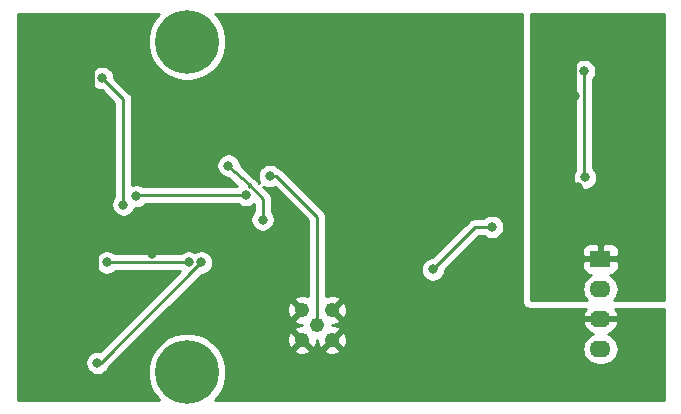
<source format=gbl>
G04 #@! TF.GenerationSoftware,KiCad,Pcbnew,(5.1.5-0)*
G04 #@! TF.CreationDate,2022-05-12T16:28:49-06:00*
G04 #@! TF.ProjectId,uart_mux,75617274-5f6d-4757-982e-6b696361645f,rev?*
G04 #@! TF.SameCoordinates,Original*
G04 #@! TF.FileFunction,Copper,L2,Bot*
G04 #@! TF.FilePolarity,Positive*
%FSLAX46Y46*%
G04 Gerber Fmt 4.6, Leading zero omitted, Abs format (unit mm)*
G04 Created by KiCad (PCBNEW (5.1.5-0)) date 2022-05-12 16:28:49*
%MOMM*%
%LPD*%
G04 APERTURE LIST*
%ADD10C,5.400000*%
%ADD11R,1.800000X1.400000*%
%ADD12O,1.800000X1.400000*%
%ADD13C,1.240000*%
%ADD14C,0.800000*%
%ADD15C,0.250000*%
%ADD16C,0.254000*%
G04 APERTURE END LIST*
D10*
X103000000Y-91000000D03*
X103000000Y-63000000D03*
D11*
X138000000Y-81400000D03*
D12*
X138000000Y-83940000D03*
X138000000Y-86480000D03*
X138000000Y-89020000D03*
D13*
X112730000Y-88270000D03*
X115270000Y-85730000D03*
X115270000Y-88270000D03*
X112730000Y-85730000D03*
X114000000Y-87000000D03*
D14*
X123800000Y-82300000D03*
X128800000Y-78700000D03*
X110000000Y-74400000D03*
X100000000Y-80975000D03*
X95500000Y-63000000D03*
X95600000Y-71300000D03*
X95400000Y-79800000D03*
X95300000Y-88100000D03*
X127000000Y-69000000D03*
X125000000Y-68000000D03*
X126000000Y-66000000D03*
X97600000Y-76800000D03*
X95800000Y-66100000D03*
X106500000Y-73500000D03*
X109400000Y-78075000D03*
X96200000Y-81700000D03*
X103125000Y-81700000D03*
X104200000Y-81700000D03*
X95400000Y-90200000D03*
X136100000Y-75300000D03*
X135875000Y-67600000D03*
X135900000Y-62000000D03*
X136700000Y-74500000D03*
X136600000Y-65500000D03*
X108000000Y-75975000D03*
X98700000Y-76100000D03*
D15*
X127400000Y-78700000D02*
X128800000Y-78700000D01*
X123800000Y-82300000D02*
X127400000Y-78700000D01*
X114000000Y-77834315D02*
X114000000Y-86123188D01*
X110565685Y-74400000D02*
X114000000Y-77834315D01*
X114000000Y-86123188D02*
X114000000Y-87000000D01*
X110000000Y-74400000D02*
X110565685Y-74400000D01*
X95074999Y-70774999D02*
X95600000Y-71300000D01*
X95074999Y-63425001D02*
X95074999Y-70774999D01*
X95500000Y-63000000D02*
X95074999Y-63425001D01*
X95400000Y-88000000D02*
X95300000Y-88100000D01*
X95400000Y-79800000D02*
X95400000Y-88000000D01*
X97600000Y-76800000D02*
X97600000Y-76234315D01*
X97600000Y-67900000D02*
X95800000Y-66100000D01*
X97600000Y-76234315D02*
X97600000Y-67900000D01*
X109400000Y-76300000D02*
X108200000Y-75100000D01*
X109400000Y-78075000D02*
X109400000Y-76300000D01*
X108200000Y-75100000D02*
X106500000Y-73500000D01*
X108275000Y-75275000D02*
X108200000Y-75100000D01*
X103125000Y-81700000D02*
X96200000Y-81700000D01*
X95700000Y-90200000D02*
X95400000Y-90200000D01*
X104200000Y-81700000D02*
X95700000Y-90200000D01*
X135700001Y-67774999D02*
X135875000Y-67600000D01*
X135700001Y-74900001D02*
X135700001Y-67774999D01*
X136100000Y-75300000D02*
X135700001Y-74900001D01*
X135875000Y-62025000D02*
X135900000Y-62000000D01*
X135875000Y-67600000D02*
X135875000Y-62025000D01*
X136600000Y-74400000D02*
X136700000Y-74500000D01*
X136600000Y-65500000D02*
X136600000Y-74400000D01*
X98825000Y-75975000D02*
X98700000Y-76100000D01*
X108000000Y-75975000D02*
X98825000Y-75975000D01*
D16*
G36*
X100409536Y-60874061D02*
G01*
X100044561Y-61420285D01*
X99793162Y-62027216D01*
X99665000Y-62671531D01*
X99665000Y-63328469D01*
X99793162Y-63972784D01*
X100044561Y-64579715D01*
X100409536Y-65125939D01*
X100874061Y-65590464D01*
X101420285Y-65955439D01*
X102027216Y-66206838D01*
X102671531Y-66335000D01*
X103328469Y-66335000D01*
X103972784Y-66206838D01*
X104579715Y-65955439D01*
X105125939Y-65590464D01*
X105590464Y-65125939D01*
X105955439Y-64579715D01*
X106206838Y-63972784D01*
X106335000Y-63328469D01*
X106335000Y-62671531D01*
X106206838Y-62027216D01*
X105955439Y-61420285D01*
X105590464Y-60874061D01*
X105376403Y-60660000D01*
X131365000Y-60660000D01*
X131365000Y-85000000D01*
X131377201Y-85123882D01*
X131413336Y-85243004D01*
X131472017Y-85352787D01*
X131550987Y-85449013D01*
X131647213Y-85527983D01*
X131756996Y-85586664D01*
X131876118Y-85622799D01*
X132000000Y-85635000D01*
X136759545Y-85635000D01*
X136615044Y-85853343D01*
X136515558Y-86096557D01*
X136507284Y-86146671D01*
X136630626Y-86353000D01*
X137873000Y-86353000D01*
X137873000Y-86333000D01*
X138127000Y-86333000D01*
X138127000Y-86353000D01*
X139369374Y-86353000D01*
X139492716Y-86146671D01*
X139484442Y-86096557D01*
X139384956Y-85853343D01*
X139240455Y-85635000D01*
X143340000Y-85635000D01*
X143340000Y-93340000D01*
X105376403Y-93340000D01*
X105590464Y-93125939D01*
X105955439Y-92579715D01*
X106206838Y-91972784D01*
X106335000Y-91328469D01*
X106335000Y-90671531D01*
X106206838Y-90027216D01*
X105955439Y-89420285D01*
X105764198Y-89134072D01*
X112045533Y-89134072D01*
X112095274Y-89359691D01*
X112320058Y-89462582D01*
X112560596Y-89519642D01*
X112807645Y-89528680D01*
X113051709Y-89489347D01*
X113283410Y-89403156D01*
X113364726Y-89359691D01*
X113414467Y-89134072D01*
X114585533Y-89134072D01*
X114635274Y-89359691D01*
X114860058Y-89462582D01*
X115100596Y-89519642D01*
X115347645Y-89528680D01*
X115591709Y-89489347D01*
X115823410Y-89403156D01*
X115904726Y-89359691D01*
X115954467Y-89134072D01*
X115840395Y-89020000D01*
X136458541Y-89020000D01*
X136484317Y-89281706D01*
X136560653Y-89533354D01*
X136684618Y-89765275D01*
X136851445Y-89968555D01*
X137054725Y-90135382D01*
X137286646Y-90259347D01*
X137538294Y-90335683D01*
X137734421Y-90355000D01*
X138265579Y-90355000D01*
X138461706Y-90335683D01*
X138713354Y-90259347D01*
X138945275Y-90135382D01*
X139148555Y-89968555D01*
X139315382Y-89765275D01*
X139439347Y-89533354D01*
X139515683Y-89281706D01*
X139541459Y-89020000D01*
X139515683Y-88758294D01*
X139439347Y-88506646D01*
X139315382Y-88274725D01*
X139148555Y-88071445D01*
X138945275Y-87904618D01*
X138713354Y-87780653D01*
X138617358Y-87751533D01*
X138837104Y-87659372D01*
X139054946Y-87512418D01*
X139239933Y-87325789D01*
X139384956Y-87106657D01*
X139484442Y-86863443D01*
X139492716Y-86813329D01*
X139369374Y-86607000D01*
X138127000Y-86607000D01*
X138127000Y-86627000D01*
X137873000Y-86627000D01*
X137873000Y-86607000D01*
X136630626Y-86607000D01*
X136507284Y-86813329D01*
X136515558Y-86863443D01*
X136615044Y-87106657D01*
X136760067Y-87325789D01*
X136945054Y-87512418D01*
X137162896Y-87659372D01*
X137382642Y-87751533D01*
X137286646Y-87780653D01*
X137054725Y-87904618D01*
X136851445Y-88071445D01*
X136684618Y-88274725D01*
X136560653Y-88506646D01*
X136484317Y-88758294D01*
X136458541Y-89020000D01*
X115840395Y-89020000D01*
X115270000Y-88449605D01*
X114585533Y-89134072D01*
X113414467Y-89134072D01*
X112730000Y-88449605D01*
X112045533Y-89134072D01*
X105764198Y-89134072D01*
X105590464Y-88874061D01*
X105125939Y-88409536D01*
X105033313Y-88347645D01*
X111471320Y-88347645D01*
X111510653Y-88591709D01*
X111596844Y-88823410D01*
X111640309Y-88904726D01*
X111865928Y-88954467D01*
X112550395Y-88270000D01*
X111865928Y-87585533D01*
X111640309Y-87635274D01*
X111537418Y-87860058D01*
X111480358Y-88100596D01*
X111471320Y-88347645D01*
X105033313Y-88347645D01*
X104579715Y-88044561D01*
X103972784Y-87793162D01*
X103328469Y-87665000D01*
X102671531Y-87665000D01*
X102027216Y-87793162D01*
X101420285Y-88044561D01*
X100874061Y-88409536D01*
X100409536Y-88874061D01*
X100044561Y-89420285D01*
X99793162Y-90027216D01*
X99665000Y-90671531D01*
X99665000Y-91328469D01*
X99793162Y-91972784D01*
X100044561Y-92579715D01*
X100409536Y-93125939D01*
X100623597Y-93340000D01*
X88660000Y-93340000D01*
X88660000Y-90098061D01*
X94365000Y-90098061D01*
X94365000Y-90301939D01*
X94404774Y-90501898D01*
X94482795Y-90690256D01*
X94596063Y-90859774D01*
X94740226Y-91003937D01*
X94909744Y-91117205D01*
X95098102Y-91195226D01*
X95298061Y-91235000D01*
X95501939Y-91235000D01*
X95701898Y-91195226D01*
X95890256Y-91117205D01*
X96059774Y-91003937D01*
X96203937Y-90859774D01*
X96317205Y-90690256D01*
X96340299Y-90634502D01*
X101167156Y-85807645D01*
X111471320Y-85807645D01*
X111510653Y-86051709D01*
X111596844Y-86283410D01*
X111640309Y-86364726D01*
X111865928Y-86414467D01*
X112550395Y-85730000D01*
X111865928Y-85045533D01*
X111640309Y-85095274D01*
X111537418Y-85320058D01*
X111480358Y-85560596D01*
X111471320Y-85807645D01*
X101167156Y-85807645D01*
X104239802Y-82735000D01*
X104301939Y-82735000D01*
X104501898Y-82695226D01*
X104690256Y-82617205D01*
X104859774Y-82503937D01*
X105003937Y-82359774D01*
X105117205Y-82190256D01*
X105195226Y-82001898D01*
X105235000Y-81801939D01*
X105235000Y-81598061D01*
X105195226Y-81398102D01*
X105117205Y-81209744D01*
X105003937Y-81040226D01*
X104859774Y-80896063D01*
X104690256Y-80782795D01*
X104501898Y-80704774D01*
X104301939Y-80665000D01*
X104098061Y-80665000D01*
X103898102Y-80704774D01*
X103709744Y-80782795D01*
X103662500Y-80814362D01*
X103615256Y-80782795D01*
X103426898Y-80704774D01*
X103226939Y-80665000D01*
X103023061Y-80665000D01*
X102823102Y-80704774D01*
X102634744Y-80782795D01*
X102465226Y-80896063D01*
X102421289Y-80940000D01*
X96903711Y-80940000D01*
X96859774Y-80896063D01*
X96690256Y-80782795D01*
X96501898Y-80704774D01*
X96301939Y-80665000D01*
X96098061Y-80665000D01*
X95898102Y-80704774D01*
X95709744Y-80782795D01*
X95540226Y-80896063D01*
X95396063Y-81040226D01*
X95282795Y-81209744D01*
X95204774Y-81398102D01*
X95165000Y-81598061D01*
X95165000Y-81801939D01*
X95204774Y-82001898D01*
X95282795Y-82190256D01*
X95396063Y-82359774D01*
X95540226Y-82503937D01*
X95709744Y-82617205D01*
X95898102Y-82695226D01*
X96098061Y-82735000D01*
X96301939Y-82735000D01*
X96501898Y-82695226D01*
X96690256Y-82617205D01*
X96859774Y-82503937D01*
X96903711Y-82460000D01*
X102365198Y-82460000D01*
X95633942Y-89191257D01*
X95501939Y-89165000D01*
X95298061Y-89165000D01*
X95098102Y-89204774D01*
X94909744Y-89282795D01*
X94740226Y-89396063D01*
X94596063Y-89540226D01*
X94482795Y-89709744D01*
X94404774Y-89898102D01*
X94365000Y-90098061D01*
X88660000Y-90098061D01*
X88660000Y-65998061D01*
X94765000Y-65998061D01*
X94765000Y-66201939D01*
X94804774Y-66401898D01*
X94882795Y-66590256D01*
X94996063Y-66759774D01*
X95140226Y-66903937D01*
X95309744Y-67017205D01*
X95498102Y-67095226D01*
X95698061Y-67135000D01*
X95760198Y-67135000D01*
X96840001Y-68214804D01*
X96840000Y-76096289D01*
X96796063Y-76140226D01*
X96682795Y-76309744D01*
X96604774Y-76498102D01*
X96565000Y-76698061D01*
X96565000Y-76901939D01*
X96604774Y-77101898D01*
X96682795Y-77290256D01*
X96796063Y-77459774D01*
X96940226Y-77603937D01*
X97109744Y-77717205D01*
X97298102Y-77795226D01*
X97498061Y-77835000D01*
X97701939Y-77835000D01*
X97901898Y-77795226D01*
X98090256Y-77717205D01*
X98259774Y-77603937D01*
X98403937Y-77459774D01*
X98517205Y-77290256D01*
X98582774Y-77131959D01*
X98598061Y-77135000D01*
X98801939Y-77135000D01*
X99001898Y-77095226D01*
X99190256Y-77017205D01*
X99359774Y-76903937D01*
X99503937Y-76759774D01*
X99520490Y-76735000D01*
X107296289Y-76735000D01*
X107340226Y-76778937D01*
X107509744Y-76892205D01*
X107698102Y-76970226D01*
X107898061Y-77010000D01*
X108101939Y-77010000D01*
X108301898Y-76970226D01*
X108490256Y-76892205D01*
X108640001Y-76792149D01*
X108640000Y-77371289D01*
X108596063Y-77415226D01*
X108482795Y-77584744D01*
X108404774Y-77773102D01*
X108365000Y-77973061D01*
X108365000Y-78176939D01*
X108404774Y-78376898D01*
X108482795Y-78565256D01*
X108596063Y-78734774D01*
X108740226Y-78878937D01*
X108909744Y-78992205D01*
X109098102Y-79070226D01*
X109298061Y-79110000D01*
X109501939Y-79110000D01*
X109701898Y-79070226D01*
X109890256Y-78992205D01*
X110059774Y-78878937D01*
X110203937Y-78734774D01*
X110317205Y-78565256D01*
X110395226Y-78376898D01*
X110435000Y-78176939D01*
X110435000Y-77973061D01*
X110395226Y-77773102D01*
X110317205Y-77584744D01*
X110203937Y-77415226D01*
X110160000Y-77371289D01*
X110160000Y-76337322D01*
X110163676Y-76299999D01*
X110160000Y-76262676D01*
X110160000Y-76262667D01*
X110149003Y-76151014D01*
X110105546Y-76007753D01*
X110034974Y-75875724D01*
X109940001Y-75759999D01*
X109911003Y-75736201D01*
X109456290Y-75281488D01*
X109509744Y-75317205D01*
X109698102Y-75395226D01*
X109898061Y-75435000D01*
X110101939Y-75435000D01*
X110301898Y-75395226D01*
X110432155Y-75341271D01*
X113240000Y-78149117D01*
X113240001Y-84583218D01*
X113139942Y-84537418D01*
X112899404Y-84480358D01*
X112652355Y-84471320D01*
X112408291Y-84510653D01*
X112176590Y-84596844D01*
X112095274Y-84640309D01*
X112045533Y-84865928D01*
X112730000Y-85550395D01*
X112744143Y-85536253D01*
X112923748Y-85715858D01*
X112909605Y-85730000D01*
X112923748Y-85744143D01*
X112744143Y-85923748D01*
X112730000Y-85909605D01*
X112045533Y-86594072D01*
X112095274Y-86819691D01*
X112320058Y-86922582D01*
X112560596Y-86979642D01*
X112745000Y-86986388D01*
X112745000Y-87014709D01*
X112652355Y-87011320D01*
X112408291Y-87050653D01*
X112176590Y-87136844D01*
X112095274Y-87180309D01*
X112045533Y-87405928D01*
X112730000Y-88090395D01*
X112744143Y-88076253D01*
X112923748Y-88255858D01*
X112909605Y-88270000D01*
X113594072Y-88954467D01*
X113819691Y-88904726D01*
X113922582Y-88679942D01*
X113979642Y-88439404D01*
X113986388Y-88255000D01*
X114014709Y-88255000D01*
X114011320Y-88347645D01*
X114050653Y-88591709D01*
X114136844Y-88823410D01*
X114180309Y-88904726D01*
X114405928Y-88954467D01*
X115090395Y-88270000D01*
X115449605Y-88270000D01*
X116134072Y-88954467D01*
X116359691Y-88904726D01*
X116462582Y-88679942D01*
X116519642Y-88439404D01*
X116528680Y-88192355D01*
X116489347Y-87948291D01*
X116403156Y-87716590D01*
X116359691Y-87635274D01*
X116134072Y-87585533D01*
X115449605Y-88270000D01*
X115090395Y-88270000D01*
X115076253Y-88255858D01*
X115255858Y-88076253D01*
X115270000Y-88090395D01*
X115954467Y-87405928D01*
X115904726Y-87180309D01*
X115679942Y-87077418D01*
X115439404Y-87020358D01*
X115255000Y-87013612D01*
X115255000Y-86985291D01*
X115347645Y-86988680D01*
X115591709Y-86949347D01*
X115823410Y-86863156D01*
X115904726Y-86819691D01*
X115954467Y-86594072D01*
X115270000Y-85909605D01*
X115255858Y-85923748D01*
X115076253Y-85744143D01*
X115090395Y-85730000D01*
X115449605Y-85730000D01*
X116134072Y-86414467D01*
X116359691Y-86364726D01*
X116462582Y-86139942D01*
X116519642Y-85899404D01*
X116528680Y-85652355D01*
X116489347Y-85408291D01*
X116403156Y-85176590D01*
X116359691Y-85095274D01*
X116134072Y-85045533D01*
X115449605Y-85730000D01*
X115090395Y-85730000D01*
X115076253Y-85715858D01*
X115255858Y-85536253D01*
X115270000Y-85550395D01*
X115954467Y-84865928D01*
X115904726Y-84640309D01*
X115679942Y-84537418D01*
X115439404Y-84480358D01*
X115192355Y-84471320D01*
X114948291Y-84510653D01*
X114760000Y-84580696D01*
X114760000Y-82198061D01*
X122765000Y-82198061D01*
X122765000Y-82401939D01*
X122804774Y-82601898D01*
X122882795Y-82790256D01*
X122996063Y-82959774D01*
X123140226Y-83103937D01*
X123309744Y-83217205D01*
X123498102Y-83295226D01*
X123698061Y-83335000D01*
X123901939Y-83335000D01*
X124101898Y-83295226D01*
X124290256Y-83217205D01*
X124459774Y-83103937D01*
X124603937Y-82959774D01*
X124717205Y-82790256D01*
X124795226Y-82601898D01*
X124835000Y-82401939D01*
X124835000Y-82339801D01*
X127714802Y-79460000D01*
X128096289Y-79460000D01*
X128140226Y-79503937D01*
X128309744Y-79617205D01*
X128498102Y-79695226D01*
X128698061Y-79735000D01*
X128901939Y-79735000D01*
X129101898Y-79695226D01*
X129290256Y-79617205D01*
X129459774Y-79503937D01*
X129603937Y-79359774D01*
X129717205Y-79190256D01*
X129795226Y-79001898D01*
X129835000Y-78801939D01*
X129835000Y-78598061D01*
X129795226Y-78398102D01*
X129717205Y-78209744D01*
X129603937Y-78040226D01*
X129459774Y-77896063D01*
X129290256Y-77782795D01*
X129101898Y-77704774D01*
X128901939Y-77665000D01*
X128698061Y-77665000D01*
X128498102Y-77704774D01*
X128309744Y-77782795D01*
X128140226Y-77896063D01*
X128096289Y-77940000D01*
X127437323Y-77940000D01*
X127400000Y-77936324D01*
X127362677Y-77940000D01*
X127362667Y-77940000D01*
X127251014Y-77950997D01*
X127107753Y-77994454D01*
X126975724Y-78065026D01*
X126859999Y-78159999D01*
X126836201Y-78188997D01*
X123760199Y-81265000D01*
X123698061Y-81265000D01*
X123498102Y-81304774D01*
X123309744Y-81382795D01*
X123140226Y-81496063D01*
X122996063Y-81640226D01*
X122882795Y-81809744D01*
X122804774Y-81998102D01*
X122765000Y-82198061D01*
X114760000Y-82198061D01*
X114760000Y-77871638D01*
X114763676Y-77834315D01*
X114760000Y-77796992D01*
X114760000Y-77796982D01*
X114749003Y-77685329D01*
X114705546Y-77542068D01*
X114634974Y-77410039D01*
X114540001Y-77294314D01*
X114511004Y-77270517D01*
X111129489Y-73889003D01*
X111105686Y-73859999D01*
X110989961Y-73765026D01*
X110857932Y-73694454D01*
X110714724Y-73651013D01*
X110659774Y-73596063D01*
X110490256Y-73482795D01*
X110301898Y-73404774D01*
X110101939Y-73365000D01*
X109898061Y-73365000D01*
X109698102Y-73404774D01*
X109509744Y-73482795D01*
X109340226Y-73596063D01*
X109196063Y-73740226D01*
X109082795Y-73909744D01*
X109004774Y-74098102D01*
X108965000Y-74298061D01*
X108965000Y-74501939D01*
X109004774Y-74701898D01*
X109082795Y-74890256D01*
X109118513Y-74943711D01*
X108760520Y-74585719D01*
X108733377Y-74553455D01*
X108698712Y-74525707D01*
X107535000Y-73430449D01*
X107535000Y-73398061D01*
X107495226Y-73198102D01*
X107417205Y-73009744D01*
X107303937Y-72840226D01*
X107159774Y-72696063D01*
X106990256Y-72582795D01*
X106801898Y-72504774D01*
X106601939Y-72465000D01*
X106398061Y-72465000D01*
X106198102Y-72504774D01*
X106009744Y-72582795D01*
X105840226Y-72696063D01*
X105696063Y-72840226D01*
X105582795Y-73009744D01*
X105504774Y-73198102D01*
X105465000Y-73398061D01*
X105465000Y-73601939D01*
X105504774Y-73801898D01*
X105582795Y-73990256D01*
X105696063Y-74159774D01*
X105840226Y-74303937D01*
X106009744Y-74417205D01*
X106198102Y-74495226D01*
X106398061Y-74535000D01*
X106490789Y-74535000D01*
X107213289Y-75215000D01*
X99238454Y-75215000D01*
X99190256Y-75182795D01*
X99001898Y-75104774D01*
X98801939Y-75065000D01*
X98598061Y-75065000D01*
X98398102Y-75104774D01*
X98360000Y-75120556D01*
X98360000Y-67937322D01*
X98363676Y-67899999D01*
X98360000Y-67862676D01*
X98360000Y-67862667D01*
X98349003Y-67751014D01*
X98305546Y-67607753D01*
X98234974Y-67475724D01*
X98214695Y-67451014D01*
X98163799Y-67388996D01*
X98163795Y-67388992D01*
X98140001Y-67359999D01*
X98111008Y-67336205D01*
X96835000Y-66060198D01*
X96835000Y-65998061D01*
X96795226Y-65798102D01*
X96717205Y-65609744D01*
X96603937Y-65440226D01*
X96459774Y-65296063D01*
X96290256Y-65182795D01*
X96101898Y-65104774D01*
X95901939Y-65065000D01*
X95698061Y-65065000D01*
X95498102Y-65104774D01*
X95309744Y-65182795D01*
X95140226Y-65296063D01*
X94996063Y-65440226D01*
X94882795Y-65609744D01*
X94804774Y-65798102D01*
X94765000Y-65998061D01*
X88660000Y-65998061D01*
X88660000Y-60660000D01*
X100623597Y-60660000D01*
X100409536Y-60874061D01*
G37*
X100409536Y-60874061D02*
X100044561Y-61420285D01*
X99793162Y-62027216D01*
X99665000Y-62671531D01*
X99665000Y-63328469D01*
X99793162Y-63972784D01*
X100044561Y-64579715D01*
X100409536Y-65125939D01*
X100874061Y-65590464D01*
X101420285Y-65955439D01*
X102027216Y-66206838D01*
X102671531Y-66335000D01*
X103328469Y-66335000D01*
X103972784Y-66206838D01*
X104579715Y-65955439D01*
X105125939Y-65590464D01*
X105590464Y-65125939D01*
X105955439Y-64579715D01*
X106206838Y-63972784D01*
X106335000Y-63328469D01*
X106335000Y-62671531D01*
X106206838Y-62027216D01*
X105955439Y-61420285D01*
X105590464Y-60874061D01*
X105376403Y-60660000D01*
X131365000Y-60660000D01*
X131365000Y-85000000D01*
X131377201Y-85123882D01*
X131413336Y-85243004D01*
X131472017Y-85352787D01*
X131550987Y-85449013D01*
X131647213Y-85527983D01*
X131756996Y-85586664D01*
X131876118Y-85622799D01*
X132000000Y-85635000D01*
X136759545Y-85635000D01*
X136615044Y-85853343D01*
X136515558Y-86096557D01*
X136507284Y-86146671D01*
X136630626Y-86353000D01*
X137873000Y-86353000D01*
X137873000Y-86333000D01*
X138127000Y-86333000D01*
X138127000Y-86353000D01*
X139369374Y-86353000D01*
X139492716Y-86146671D01*
X139484442Y-86096557D01*
X139384956Y-85853343D01*
X139240455Y-85635000D01*
X143340000Y-85635000D01*
X143340000Y-93340000D01*
X105376403Y-93340000D01*
X105590464Y-93125939D01*
X105955439Y-92579715D01*
X106206838Y-91972784D01*
X106335000Y-91328469D01*
X106335000Y-90671531D01*
X106206838Y-90027216D01*
X105955439Y-89420285D01*
X105764198Y-89134072D01*
X112045533Y-89134072D01*
X112095274Y-89359691D01*
X112320058Y-89462582D01*
X112560596Y-89519642D01*
X112807645Y-89528680D01*
X113051709Y-89489347D01*
X113283410Y-89403156D01*
X113364726Y-89359691D01*
X113414467Y-89134072D01*
X114585533Y-89134072D01*
X114635274Y-89359691D01*
X114860058Y-89462582D01*
X115100596Y-89519642D01*
X115347645Y-89528680D01*
X115591709Y-89489347D01*
X115823410Y-89403156D01*
X115904726Y-89359691D01*
X115954467Y-89134072D01*
X115840395Y-89020000D01*
X136458541Y-89020000D01*
X136484317Y-89281706D01*
X136560653Y-89533354D01*
X136684618Y-89765275D01*
X136851445Y-89968555D01*
X137054725Y-90135382D01*
X137286646Y-90259347D01*
X137538294Y-90335683D01*
X137734421Y-90355000D01*
X138265579Y-90355000D01*
X138461706Y-90335683D01*
X138713354Y-90259347D01*
X138945275Y-90135382D01*
X139148555Y-89968555D01*
X139315382Y-89765275D01*
X139439347Y-89533354D01*
X139515683Y-89281706D01*
X139541459Y-89020000D01*
X139515683Y-88758294D01*
X139439347Y-88506646D01*
X139315382Y-88274725D01*
X139148555Y-88071445D01*
X138945275Y-87904618D01*
X138713354Y-87780653D01*
X138617358Y-87751533D01*
X138837104Y-87659372D01*
X139054946Y-87512418D01*
X139239933Y-87325789D01*
X139384956Y-87106657D01*
X139484442Y-86863443D01*
X139492716Y-86813329D01*
X139369374Y-86607000D01*
X138127000Y-86607000D01*
X138127000Y-86627000D01*
X137873000Y-86627000D01*
X137873000Y-86607000D01*
X136630626Y-86607000D01*
X136507284Y-86813329D01*
X136515558Y-86863443D01*
X136615044Y-87106657D01*
X136760067Y-87325789D01*
X136945054Y-87512418D01*
X137162896Y-87659372D01*
X137382642Y-87751533D01*
X137286646Y-87780653D01*
X137054725Y-87904618D01*
X136851445Y-88071445D01*
X136684618Y-88274725D01*
X136560653Y-88506646D01*
X136484317Y-88758294D01*
X136458541Y-89020000D01*
X115840395Y-89020000D01*
X115270000Y-88449605D01*
X114585533Y-89134072D01*
X113414467Y-89134072D01*
X112730000Y-88449605D01*
X112045533Y-89134072D01*
X105764198Y-89134072D01*
X105590464Y-88874061D01*
X105125939Y-88409536D01*
X105033313Y-88347645D01*
X111471320Y-88347645D01*
X111510653Y-88591709D01*
X111596844Y-88823410D01*
X111640309Y-88904726D01*
X111865928Y-88954467D01*
X112550395Y-88270000D01*
X111865928Y-87585533D01*
X111640309Y-87635274D01*
X111537418Y-87860058D01*
X111480358Y-88100596D01*
X111471320Y-88347645D01*
X105033313Y-88347645D01*
X104579715Y-88044561D01*
X103972784Y-87793162D01*
X103328469Y-87665000D01*
X102671531Y-87665000D01*
X102027216Y-87793162D01*
X101420285Y-88044561D01*
X100874061Y-88409536D01*
X100409536Y-88874061D01*
X100044561Y-89420285D01*
X99793162Y-90027216D01*
X99665000Y-90671531D01*
X99665000Y-91328469D01*
X99793162Y-91972784D01*
X100044561Y-92579715D01*
X100409536Y-93125939D01*
X100623597Y-93340000D01*
X88660000Y-93340000D01*
X88660000Y-90098061D01*
X94365000Y-90098061D01*
X94365000Y-90301939D01*
X94404774Y-90501898D01*
X94482795Y-90690256D01*
X94596063Y-90859774D01*
X94740226Y-91003937D01*
X94909744Y-91117205D01*
X95098102Y-91195226D01*
X95298061Y-91235000D01*
X95501939Y-91235000D01*
X95701898Y-91195226D01*
X95890256Y-91117205D01*
X96059774Y-91003937D01*
X96203937Y-90859774D01*
X96317205Y-90690256D01*
X96340299Y-90634502D01*
X101167156Y-85807645D01*
X111471320Y-85807645D01*
X111510653Y-86051709D01*
X111596844Y-86283410D01*
X111640309Y-86364726D01*
X111865928Y-86414467D01*
X112550395Y-85730000D01*
X111865928Y-85045533D01*
X111640309Y-85095274D01*
X111537418Y-85320058D01*
X111480358Y-85560596D01*
X111471320Y-85807645D01*
X101167156Y-85807645D01*
X104239802Y-82735000D01*
X104301939Y-82735000D01*
X104501898Y-82695226D01*
X104690256Y-82617205D01*
X104859774Y-82503937D01*
X105003937Y-82359774D01*
X105117205Y-82190256D01*
X105195226Y-82001898D01*
X105235000Y-81801939D01*
X105235000Y-81598061D01*
X105195226Y-81398102D01*
X105117205Y-81209744D01*
X105003937Y-81040226D01*
X104859774Y-80896063D01*
X104690256Y-80782795D01*
X104501898Y-80704774D01*
X104301939Y-80665000D01*
X104098061Y-80665000D01*
X103898102Y-80704774D01*
X103709744Y-80782795D01*
X103662500Y-80814362D01*
X103615256Y-80782795D01*
X103426898Y-80704774D01*
X103226939Y-80665000D01*
X103023061Y-80665000D01*
X102823102Y-80704774D01*
X102634744Y-80782795D01*
X102465226Y-80896063D01*
X102421289Y-80940000D01*
X96903711Y-80940000D01*
X96859774Y-80896063D01*
X96690256Y-80782795D01*
X96501898Y-80704774D01*
X96301939Y-80665000D01*
X96098061Y-80665000D01*
X95898102Y-80704774D01*
X95709744Y-80782795D01*
X95540226Y-80896063D01*
X95396063Y-81040226D01*
X95282795Y-81209744D01*
X95204774Y-81398102D01*
X95165000Y-81598061D01*
X95165000Y-81801939D01*
X95204774Y-82001898D01*
X95282795Y-82190256D01*
X95396063Y-82359774D01*
X95540226Y-82503937D01*
X95709744Y-82617205D01*
X95898102Y-82695226D01*
X96098061Y-82735000D01*
X96301939Y-82735000D01*
X96501898Y-82695226D01*
X96690256Y-82617205D01*
X96859774Y-82503937D01*
X96903711Y-82460000D01*
X102365198Y-82460000D01*
X95633942Y-89191257D01*
X95501939Y-89165000D01*
X95298061Y-89165000D01*
X95098102Y-89204774D01*
X94909744Y-89282795D01*
X94740226Y-89396063D01*
X94596063Y-89540226D01*
X94482795Y-89709744D01*
X94404774Y-89898102D01*
X94365000Y-90098061D01*
X88660000Y-90098061D01*
X88660000Y-65998061D01*
X94765000Y-65998061D01*
X94765000Y-66201939D01*
X94804774Y-66401898D01*
X94882795Y-66590256D01*
X94996063Y-66759774D01*
X95140226Y-66903937D01*
X95309744Y-67017205D01*
X95498102Y-67095226D01*
X95698061Y-67135000D01*
X95760198Y-67135000D01*
X96840001Y-68214804D01*
X96840000Y-76096289D01*
X96796063Y-76140226D01*
X96682795Y-76309744D01*
X96604774Y-76498102D01*
X96565000Y-76698061D01*
X96565000Y-76901939D01*
X96604774Y-77101898D01*
X96682795Y-77290256D01*
X96796063Y-77459774D01*
X96940226Y-77603937D01*
X97109744Y-77717205D01*
X97298102Y-77795226D01*
X97498061Y-77835000D01*
X97701939Y-77835000D01*
X97901898Y-77795226D01*
X98090256Y-77717205D01*
X98259774Y-77603937D01*
X98403937Y-77459774D01*
X98517205Y-77290256D01*
X98582774Y-77131959D01*
X98598061Y-77135000D01*
X98801939Y-77135000D01*
X99001898Y-77095226D01*
X99190256Y-77017205D01*
X99359774Y-76903937D01*
X99503937Y-76759774D01*
X99520490Y-76735000D01*
X107296289Y-76735000D01*
X107340226Y-76778937D01*
X107509744Y-76892205D01*
X107698102Y-76970226D01*
X107898061Y-77010000D01*
X108101939Y-77010000D01*
X108301898Y-76970226D01*
X108490256Y-76892205D01*
X108640001Y-76792149D01*
X108640000Y-77371289D01*
X108596063Y-77415226D01*
X108482795Y-77584744D01*
X108404774Y-77773102D01*
X108365000Y-77973061D01*
X108365000Y-78176939D01*
X108404774Y-78376898D01*
X108482795Y-78565256D01*
X108596063Y-78734774D01*
X108740226Y-78878937D01*
X108909744Y-78992205D01*
X109098102Y-79070226D01*
X109298061Y-79110000D01*
X109501939Y-79110000D01*
X109701898Y-79070226D01*
X109890256Y-78992205D01*
X110059774Y-78878937D01*
X110203937Y-78734774D01*
X110317205Y-78565256D01*
X110395226Y-78376898D01*
X110435000Y-78176939D01*
X110435000Y-77973061D01*
X110395226Y-77773102D01*
X110317205Y-77584744D01*
X110203937Y-77415226D01*
X110160000Y-77371289D01*
X110160000Y-76337322D01*
X110163676Y-76299999D01*
X110160000Y-76262676D01*
X110160000Y-76262667D01*
X110149003Y-76151014D01*
X110105546Y-76007753D01*
X110034974Y-75875724D01*
X109940001Y-75759999D01*
X109911003Y-75736201D01*
X109456290Y-75281488D01*
X109509744Y-75317205D01*
X109698102Y-75395226D01*
X109898061Y-75435000D01*
X110101939Y-75435000D01*
X110301898Y-75395226D01*
X110432155Y-75341271D01*
X113240000Y-78149117D01*
X113240001Y-84583218D01*
X113139942Y-84537418D01*
X112899404Y-84480358D01*
X112652355Y-84471320D01*
X112408291Y-84510653D01*
X112176590Y-84596844D01*
X112095274Y-84640309D01*
X112045533Y-84865928D01*
X112730000Y-85550395D01*
X112744143Y-85536253D01*
X112923748Y-85715858D01*
X112909605Y-85730000D01*
X112923748Y-85744143D01*
X112744143Y-85923748D01*
X112730000Y-85909605D01*
X112045533Y-86594072D01*
X112095274Y-86819691D01*
X112320058Y-86922582D01*
X112560596Y-86979642D01*
X112745000Y-86986388D01*
X112745000Y-87014709D01*
X112652355Y-87011320D01*
X112408291Y-87050653D01*
X112176590Y-87136844D01*
X112095274Y-87180309D01*
X112045533Y-87405928D01*
X112730000Y-88090395D01*
X112744143Y-88076253D01*
X112923748Y-88255858D01*
X112909605Y-88270000D01*
X113594072Y-88954467D01*
X113819691Y-88904726D01*
X113922582Y-88679942D01*
X113979642Y-88439404D01*
X113986388Y-88255000D01*
X114014709Y-88255000D01*
X114011320Y-88347645D01*
X114050653Y-88591709D01*
X114136844Y-88823410D01*
X114180309Y-88904726D01*
X114405928Y-88954467D01*
X115090395Y-88270000D01*
X115449605Y-88270000D01*
X116134072Y-88954467D01*
X116359691Y-88904726D01*
X116462582Y-88679942D01*
X116519642Y-88439404D01*
X116528680Y-88192355D01*
X116489347Y-87948291D01*
X116403156Y-87716590D01*
X116359691Y-87635274D01*
X116134072Y-87585533D01*
X115449605Y-88270000D01*
X115090395Y-88270000D01*
X115076253Y-88255858D01*
X115255858Y-88076253D01*
X115270000Y-88090395D01*
X115954467Y-87405928D01*
X115904726Y-87180309D01*
X115679942Y-87077418D01*
X115439404Y-87020358D01*
X115255000Y-87013612D01*
X115255000Y-86985291D01*
X115347645Y-86988680D01*
X115591709Y-86949347D01*
X115823410Y-86863156D01*
X115904726Y-86819691D01*
X115954467Y-86594072D01*
X115270000Y-85909605D01*
X115255858Y-85923748D01*
X115076253Y-85744143D01*
X115090395Y-85730000D01*
X115449605Y-85730000D01*
X116134072Y-86414467D01*
X116359691Y-86364726D01*
X116462582Y-86139942D01*
X116519642Y-85899404D01*
X116528680Y-85652355D01*
X116489347Y-85408291D01*
X116403156Y-85176590D01*
X116359691Y-85095274D01*
X116134072Y-85045533D01*
X115449605Y-85730000D01*
X115090395Y-85730000D01*
X115076253Y-85715858D01*
X115255858Y-85536253D01*
X115270000Y-85550395D01*
X115954467Y-84865928D01*
X115904726Y-84640309D01*
X115679942Y-84537418D01*
X115439404Y-84480358D01*
X115192355Y-84471320D01*
X114948291Y-84510653D01*
X114760000Y-84580696D01*
X114760000Y-82198061D01*
X122765000Y-82198061D01*
X122765000Y-82401939D01*
X122804774Y-82601898D01*
X122882795Y-82790256D01*
X122996063Y-82959774D01*
X123140226Y-83103937D01*
X123309744Y-83217205D01*
X123498102Y-83295226D01*
X123698061Y-83335000D01*
X123901939Y-83335000D01*
X124101898Y-83295226D01*
X124290256Y-83217205D01*
X124459774Y-83103937D01*
X124603937Y-82959774D01*
X124717205Y-82790256D01*
X124795226Y-82601898D01*
X124835000Y-82401939D01*
X124835000Y-82339801D01*
X127714802Y-79460000D01*
X128096289Y-79460000D01*
X128140226Y-79503937D01*
X128309744Y-79617205D01*
X128498102Y-79695226D01*
X128698061Y-79735000D01*
X128901939Y-79735000D01*
X129101898Y-79695226D01*
X129290256Y-79617205D01*
X129459774Y-79503937D01*
X129603937Y-79359774D01*
X129717205Y-79190256D01*
X129795226Y-79001898D01*
X129835000Y-78801939D01*
X129835000Y-78598061D01*
X129795226Y-78398102D01*
X129717205Y-78209744D01*
X129603937Y-78040226D01*
X129459774Y-77896063D01*
X129290256Y-77782795D01*
X129101898Y-77704774D01*
X128901939Y-77665000D01*
X128698061Y-77665000D01*
X128498102Y-77704774D01*
X128309744Y-77782795D01*
X128140226Y-77896063D01*
X128096289Y-77940000D01*
X127437323Y-77940000D01*
X127400000Y-77936324D01*
X127362677Y-77940000D01*
X127362667Y-77940000D01*
X127251014Y-77950997D01*
X127107753Y-77994454D01*
X126975724Y-78065026D01*
X126859999Y-78159999D01*
X126836201Y-78188997D01*
X123760199Y-81265000D01*
X123698061Y-81265000D01*
X123498102Y-81304774D01*
X123309744Y-81382795D01*
X123140226Y-81496063D01*
X122996063Y-81640226D01*
X122882795Y-81809744D01*
X122804774Y-81998102D01*
X122765000Y-82198061D01*
X114760000Y-82198061D01*
X114760000Y-77871638D01*
X114763676Y-77834315D01*
X114760000Y-77796992D01*
X114760000Y-77796982D01*
X114749003Y-77685329D01*
X114705546Y-77542068D01*
X114634974Y-77410039D01*
X114540001Y-77294314D01*
X114511004Y-77270517D01*
X111129489Y-73889003D01*
X111105686Y-73859999D01*
X110989961Y-73765026D01*
X110857932Y-73694454D01*
X110714724Y-73651013D01*
X110659774Y-73596063D01*
X110490256Y-73482795D01*
X110301898Y-73404774D01*
X110101939Y-73365000D01*
X109898061Y-73365000D01*
X109698102Y-73404774D01*
X109509744Y-73482795D01*
X109340226Y-73596063D01*
X109196063Y-73740226D01*
X109082795Y-73909744D01*
X109004774Y-74098102D01*
X108965000Y-74298061D01*
X108965000Y-74501939D01*
X109004774Y-74701898D01*
X109082795Y-74890256D01*
X109118513Y-74943711D01*
X108760520Y-74585719D01*
X108733377Y-74553455D01*
X108698712Y-74525707D01*
X107535000Y-73430449D01*
X107535000Y-73398061D01*
X107495226Y-73198102D01*
X107417205Y-73009744D01*
X107303937Y-72840226D01*
X107159774Y-72696063D01*
X106990256Y-72582795D01*
X106801898Y-72504774D01*
X106601939Y-72465000D01*
X106398061Y-72465000D01*
X106198102Y-72504774D01*
X106009744Y-72582795D01*
X105840226Y-72696063D01*
X105696063Y-72840226D01*
X105582795Y-73009744D01*
X105504774Y-73198102D01*
X105465000Y-73398061D01*
X105465000Y-73601939D01*
X105504774Y-73801898D01*
X105582795Y-73990256D01*
X105696063Y-74159774D01*
X105840226Y-74303937D01*
X106009744Y-74417205D01*
X106198102Y-74495226D01*
X106398061Y-74535000D01*
X106490789Y-74535000D01*
X107213289Y-75215000D01*
X99238454Y-75215000D01*
X99190256Y-75182795D01*
X99001898Y-75104774D01*
X98801939Y-75065000D01*
X98598061Y-75065000D01*
X98398102Y-75104774D01*
X98360000Y-75120556D01*
X98360000Y-67937322D01*
X98363676Y-67899999D01*
X98360000Y-67862676D01*
X98360000Y-67862667D01*
X98349003Y-67751014D01*
X98305546Y-67607753D01*
X98234974Y-67475724D01*
X98214695Y-67451014D01*
X98163799Y-67388996D01*
X98163795Y-67388992D01*
X98140001Y-67359999D01*
X98111008Y-67336205D01*
X96835000Y-66060198D01*
X96835000Y-65998061D01*
X96795226Y-65798102D01*
X96717205Y-65609744D01*
X96603937Y-65440226D01*
X96459774Y-65296063D01*
X96290256Y-65182795D01*
X96101898Y-65104774D01*
X95901939Y-65065000D01*
X95698061Y-65065000D01*
X95498102Y-65104774D01*
X95309744Y-65182795D01*
X95140226Y-65296063D01*
X94996063Y-65440226D01*
X94882795Y-65609744D01*
X94804774Y-65798102D01*
X94765000Y-65998061D01*
X88660000Y-65998061D01*
X88660000Y-60660000D01*
X100623597Y-60660000D01*
X100409536Y-60874061D01*
G36*
X143340000Y-84873000D02*
G01*
X139161321Y-84873000D01*
X139315382Y-84685275D01*
X139439347Y-84453354D01*
X139515683Y-84201706D01*
X139541459Y-83940000D01*
X139515683Y-83678294D01*
X139439347Y-83426646D01*
X139315382Y-83194725D01*
X139148555Y-82991445D01*
X138945275Y-82824618D01*
X138782258Y-82737483D01*
X138900000Y-82738072D01*
X139024482Y-82725812D01*
X139144180Y-82689502D01*
X139254494Y-82630537D01*
X139351185Y-82551185D01*
X139430537Y-82454494D01*
X139489502Y-82344180D01*
X139525812Y-82224482D01*
X139538072Y-82100000D01*
X139535000Y-81685750D01*
X139376250Y-81527000D01*
X138127000Y-81527000D01*
X138127000Y-81547000D01*
X137873000Y-81547000D01*
X137873000Y-81527000D01*
X136623750Y-81527000D01*
X136465000Y-81685750D01*
X136461928Y-82100000D01*
X136474188Y-82224482D01*
X136510498Y-82344180D01*
X136569463Y-82454494D01*
X136648815Y-82551185D01*
X136745506Y-82630537D01*
X136855820Y-82689502D01*
X136975518Y-82725812D01*
X137100000Y-82738072D01*
X137217742Y-82737483D01*
X137054725Y-82824618D01*
X136851445Y-82991445D01*
X136684618Y-83194725D01*
X136560653Y-83426646D01*
X136484317Y-83678294D01*
X136458541Y-83940000D01*
X136484317Y-84201706D01*
X136560653Y-84453354D01*
X136684618Y-84685275D01*
X136838679Y-84873000D01*
X132127000Y-84873000D01*
X132127000Y-80700000D01*
X136461928Y-80700000D01*
X136465000Y-81114250D01*
X136623750Y-81273000D01*
X137873000Y-81273000D01*
X137873000Y-80223750D01*
X138127000Y-80223750D01*
X138127000Y-81273000D01*
X139376250Y-81273000D01*
X139535000Y-81114250D01*
X139538072Y-80700000D01*
X139525812Y-80575518D01*
X139489502Y-80455820D01*
X139430537Y-80345506D01*
X139351185Y-80248815D01*
X139254494Y-80169463D01*
X139144180Y-80110498D01*
X139024482Y-80074188D01*
X138900000Y-80061928D01*
X138285750Y-80065000D01*
X138127000Y-80223750D01*
X137873000Y-80223750D01*
X137714250Y-80065000D01*
X137100000Y-80061928D01*
X136975518Y-80074188D01*
X136855820Y-80110498D01*
X136745506Y-80169463D01*
X136648815Y-80248815D01*
X136569463Y-80345506D01*
X136510498Y-80455820D01*
X136474188Y-80575518D01*
X136461928Y-80700000D01*
X132127000Y-80700000D01*
X132127000Y-65398061D01*
X135565000Y-65398061D01*
X135565000Y-65601939D01*
X135604774Y-65801898D01*
X135682795Y-65990256D01*
X135796063Y-66159774D01*
X135840000Y-66203711D01*
X135840001Y-73924129D01*
X135782795Y-74009744D01*
X135704774Y-74198102D01*
X135665000Y-74398061D01*
X135665000Y-74601939D01*
X135704774Y-74801898D01*
X135782795Y-74990256D01*
X135896063Y-75159774D01*
X136040226Y-75303937D01*
X136209744Y-75417205D01*
X136398102Y-75495226D01*
X136598061Y-75535000D01*
X136801939Y-75535000D01*
X137001898Y-75495226D01*
X137190256Y-75417205D01*
X137359774Y-75303937D01*
X137503937Y-75159774D01*
X137617205Y-74990256D01*
X137695226Y-74801898D01*
X137735000Y-74601939D01*
X137735000Y-74398061D01*
X137695226Y-74198102D01*
X137617205Y-74009744D01*
X137503937Y-73840226D01*
X137360000Y-73696289D01*
X137360000Y-66203711D01*
X137403937Y-66159774D01*
X137517205Y-65990256D01*
X137595226Y-65801898D01*
X137635000Y-65601939D01*
X137635000Y-65398061D01*
X137595226Y-65198102D01*
X137517205Y-65009744D01*
X137403937Y-64840226D01*
X137259774Y-64696063D01*
X137090256Y-64582795D01*
X136901898Y-64504774D01*
X136701939Y-64465000D01*
X136498061Y-64465000D01*
X136298102Y-64504774D01*
X136109744Y-64582795D01*
X135940226Y-64696063D01*
X135796063Y-64840226D01*
X135682795Y-65009744D01*
X135604774Y-65198102D01*
X135565000Y-65398061D01*
X132127000Y-65398061D01*
X132127000Y-60660000D01*
X143340001Y-60660000D01*
X143340000Y-84873000D01*
G37*
X143340000Y-84873000D02*
X139161321Y-84873000D01*
X139315382Y-84685275D01*
X139439347Y-84453354D01*
X139515683Y-84201706D01*
X139541459Y-83940000D01*
X139515683Y-83678294D01*
X139439347Y-83426646D01*
X139315382Y-83194725D01*
X139148555Y-82991445D01*
X138945275Y-82824618D01*
X138782258Y-82737483D01*
X138900000Y-82738072D01*
X139024482Y-82725812D01*
X139144180Y-82689502D01*
X139254494Y-82630537D01*
X139351185Y-82551185D01*
X139430537Y-82454494D01*
X139489502Y-82344180D01*
X139525812Y-82224482D01*
X139538072Y-82100000D01*
X139535000Y-81685750D01*
X139376250Y-81527000D01*
X138127000Y-81527000D01*
X138127000Y-81547000D01*
X137873000Y-81547000D01*
X137873000Y-81527000D01*
X136623750Y-81527000D01*
X136465000Y-81685750D01*
X136461928Y-82100000D01*
X136474188Y-82224482D01*
X136510498Y-82344180D01*
X136569463Y-82454494D01*
X136648815Y-82551185D01*
X136745506Y-82630537D01*
X136855820Y-82689502D01*
X136975518Y-82725812D01*
X137100000Y-82738072D01*
X137217742Y-82737483D01*
X137054725Y-82824618D01*
X136851445Y-82991445D01*
X136684618Y-83194725D01*
X136560653Y-83426646D01*
X136484317Y-83678294D01*
X136458541Y-83940000D01*
X136484317Y-84201706D01*
X136560653Y-84453354D01*
X136684618Y-84685275D01*
X136838679Y-84873000D01*
X132127000Y-84873000D01*
X132127000Y-80700000D01*
X136461928Y-80700000D01*
X136465000Y-81114250D01*
X136623750Y-81273000D01*
X137873000Y-81273000D01*
X137873000Y-80223750D01*
X138127000Y-80223750D01*
X138127000Y-81273000D01*
X139376250Y-81273000D01*
X139535000Y-81114250D01*
X139538072Y-80700000D01*
X139525812Y-80575518D01*
X139489502Y-80455820D01*
X139430537Y-80345506D01*
X139351185Y-80248815D01*
X139254494Y-80169463D01*
X139144180Y-80110498D01*
X139024482Y-80074188D01*
X138900000Y-80061928D01*
X138285750Y-80065000D01*
X138127000Y-80223750D01*
X137873000Y-80223750D01*
X137714250Y-80065000D01*
X137100000Y-80061928D01*
X136975518Y-80074188D01*
X136855820Y-80110498D01*
X136745506Y-80169463D01*
X136648815Y-80248815D01*
X136569463Y-80345506D01*
X136510498Y-80455820D01*
X136474188Y-80575518D01*
X136461928Y-80700000D01*
X132127000Y-80700000D01*
X132127000Y-65398061D01*
X135565000Y-65398061D01*
X135565000Y-65601939D01*
X135604774Y-65801898D01*
X135682795Y-65990256D01*
X135796063Y-66159774D01*
X135840000Y-66203711D01*
X135840001Y-73924129D01*
X135782795Y-74009744D01*
X135704774Y-74198102D01*
X135665000Y-74398061D01*
X135665000Y-74601939D01*
X135704774Y-74801898D01*
X135782795Y-74990256D01*
X135896063Y-75159774D01*
X136040226Y-75303937D01*
X136209744Y-75417205D01*
X136398102Y-75495226D01*
X136598061Y-75535000D01*
X136801939Y-75535000D01*
X137001898Y-75495226D01*
X137190256Y-75417205D01*
X137359774Y-75303937D01*
X137503937Y-75159774D01*
X137617205Y-74990256D01*
X137695226Y-74801898D01*
X137735000Y-74601939D01*
X137735000Y-74398061D01*
X137695226Y-74198102D01*
X137617205Y-74009744D01*
X137503937Y-73840226D01*
X137360000Y-73696289D01*
X137360000Y-66203711D01*
X137403937Y-66159774D01*
X137517205Y-65990256D01*
X137595226Y-65801898D01*
X137635000Y-65601939D01*
X137635000Y-65398061D01*
X137595226Y-65198102D01*
X137517205Y-65009744D01*
X137403937Y-64840226D01*
X137259774Y-64696063D01*
X137090256Y-64582795D01*
X136901898Y-64504774D01*
X136701939Y-64465000D01*
X136498061Y-64465000D01*
X136298102Y-64504774D01*
X136109744Y-64582795D01*
X135940226Y-64696063D01*
X135796063Y-64840226D01*
X135682795Y-65009744D01*
X135604774Y-65198102D01*
X135565000Y-65398061D01*
X132127000Y-65398061D01*
X132127000Y-60660000D01*
X143340001Y-60660000D01*
X143340000Y-84873000D01*
M02*

</source>
